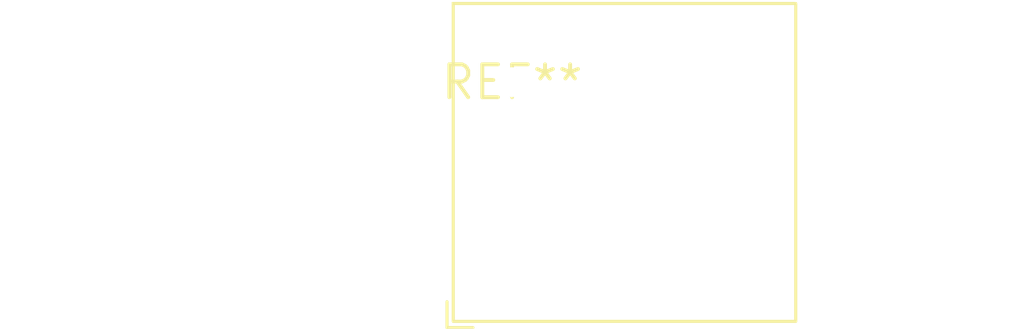
<source format=kicad_pcb>
(kicad_pcb (version 20240108) (generator pcbnew)
  (layers (0 "F.Cu" signal) (31 "B.Cu" signal) (34 "B.Paste" user) (35 "F.Paste" user) (36 "B.SilkS" user "B.Silkscreen") (37 "F.SilkS" user "F.Silkscreen") (38 "B.Mask" user) (39 "F.Mask" user) (44 "Edge.Cuts" user))
  (net 0 "")
  (footprint "TerminalBlock_Degson_DG246-3.81-03P" (layer "F.Cu") (at 0 0)
    (property "Reference" "REF**")
    (property "Value" "TerminalBlock_Degson_DG246-3.81-03P")
    (fp_line (start -2.51 8.48) (end -2.51 9.48) (layer "F.SilkS") (stroke (width 0.12)))
    (fp_line (start -2.51 9.48) (end -1.51 9.48) (layer "F.SilkS") (stroke (width 0.12)))
    (fp_rect (start -2.27 -3.04) (end 10.94 9.24) (layer "F.SilkS") (stroke (width 0.12)) (fill none))
    (pad "1" thru_hole rect (at 0 0) (size 2 3) (drill 1.15) (layers *.Cu *.Mask) (remove_unused_layers))
    (pad "1" thru_hole rect (at 0 7) (size 2 3) (drill 1.15) (layers *.Cu *.Mask) (remove_unused_layers))
    (pad "2" thru_hole oval (at 3.81 0) (size 2 3) (drill 1.15) (layers *.Cu *.Mask) (remove_unused_layers))
    (pad "2" thru_hole oval (at 3.81 7) (size 2 3) (drill 1.15) (layers *.Cu *.Mask) (remove_unused_layers))
    (pad "3" thru_hole oval (at 7.62 0) (size 2 3) (drill 1.15) (layers *.Cu *.Mask) (remove_unused_layers))
    (pad "3" thru_hole oval (at 7.62 7) (size 2 3) (drill 1.15) (layers *.Cu *.Mask) (remove_unused_layers))
  )
)
</source>
